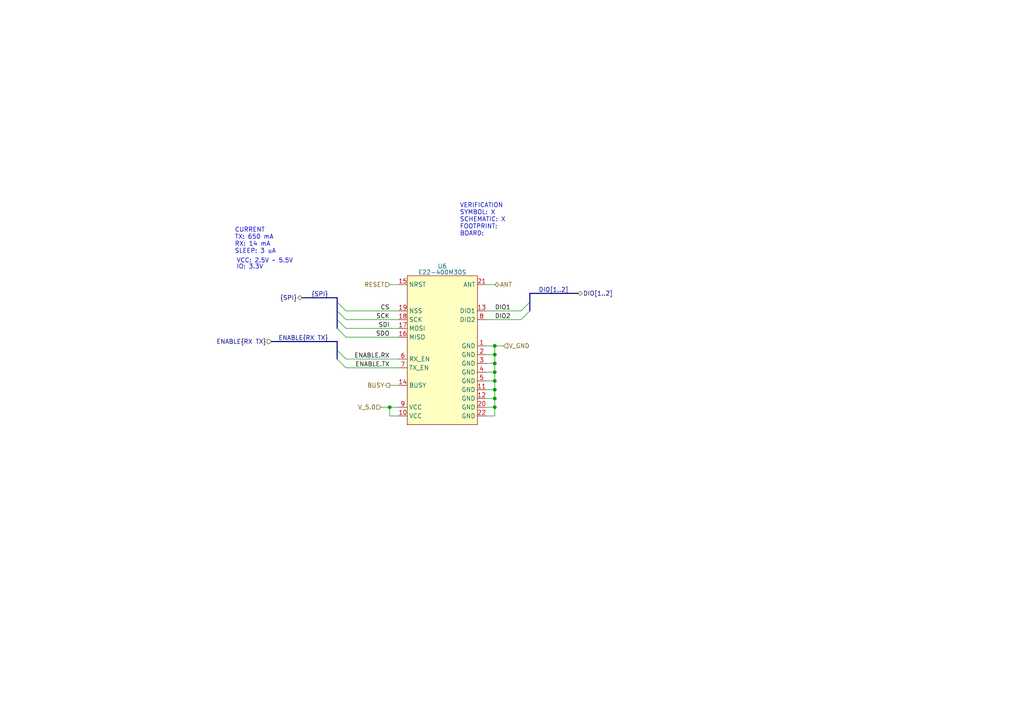
<source format=kicad_sch>
(kicad_sch (version 20231120) (generator "eeschema") (generator_version "8.0")
  (paper "A4")
  (lib_symbols
    (symbol "CUBESAT:E22-400M30S"
      (property "Reference" "U" (at 0 24.384 0))
      (property "Value" "E22-400M30S" (at 0 22.606 0))
      (symbol "E22-400M30S_1_0"
        (pin power_in line (at 12.7 1.27 180) (length 2.54) (name "GND") (number "1"))
        (pin power_in line (at -12.7 -19.05 0) (length 2.54) (name "VCC") (number "10"))
        (pin power_in line (at 12.7 -11.43 180) (length 2.54) (name "GND") (number "11"))
        (pin power_in line (at 12.7 -13.97 180) (length 2.54) (name "GND") (number "12"))
        (pin bidirectional line (at 12.7 11.43 180) (length 2.54) (name "DIO1") (number "13"))
        (pin output line (at -12.7 -10.16 0) (length 2.54) (name "BUSY") (number "14"))
        (pin input line (at -12.7 19.05 0) (length 2.54) (name "NRST") (number "15"))
        (pin output line (at -12.7 3.81 0) (length 2.54) (name "MISO") (number "16"))
        (pin input line (at -12.7 6.35 0) (length 2.54) (name "MOSI") (number "17"))
        (pin input line (at -12.7 8.89 0) (length 2.54) (name "SCK") (number "18"))
        (pin input line (at -12.7 11.43 0) (length 2.54) (name "NSS") (number "19"))
        (pin power_in line (at 12.7 -1.27 180) (length 2.54) (name "GND") (number "2"))
        (pin power_in line (at 12.7 -16.51 180) (length 2.54) (name "GND") (number "20"))
        (pin output line (at 12.7 19.05 180) (length 2.54) (name "ANT") (number "21"))
        (pin power_in line (at 12.7 -19.05 180) (length 2.54) (name "GND") (number "22"))
        (pin power_in line (at 12.7 -3.81 180) (length 2.54) (name "GND") (number "3"))
        (pin power_in line (at 12.7 -6.35 180) (length 2.54) (name "GND") (number "4"))
        (pin power_in line (at 12.7 -8.89 180) (length 2.54) (name "GND") (number "5"))
        (pin input line (at -12.7 -2.54 0) (length 2.54) (name "RX_EN") (number "6"))
        (pin input line (at -12.7 -5.08 0) (length 2.54) (name "TX_EN") (number "7"))
        (pin bidirectional line (at 12.7 8.89 180) (length 2.54) (name "DIO2") (number "8"))
        (pin power_in line (at -12.7 -16.51 0) (length 2.54) (name "VCC") (number "9"))
      )
      (symbol "E22-400M30S_1_1"
        (rectangle (start -10.16 21.59) (end 10.16 -21.59) (fill (type background)))
      )
    )
  )
  (bus_alias "SPI" (members "SCK" "SDI" "SDO" "CS"))
  (junction (at 143.51 102.87))
  (junction (at 143.51 100.33))
  (junction (at 143.51 113.03))
  (junction (at 143.51 107.95))
  (junction (at 143.51 105.41))
  (junction (at 143.51 118.11))
  (junction (at 113.03 118.11))
  (junction (at 143.51 115.57))
  (junction (at 143.51 110.49))
  (bus_entry (at 97.79 101.6) (size 2.54 2.54))
  (bus_entry (at 97.79 95.25) (size 2.54 2.54))
  (bus_entry (at 97.79 92.71) (size 2.54 2.54))
  (bus_entry (at 97.79 90.17) (size 2.54 2.54))
  (bus_entry (at 153.67 90.17) (size -2.54 2.54))
  (bus_entry (at 97.79 104.14) (size 2.54 2.54))
  (bus_entry (at 153.67 87.63) (size -2.54 2.54))
  (bus_entry (at 97.79 87.63) (size 2.54 2.54))
  (wire (pts (xy 100.33 90.17) (xy 115.57 90.17)))
  (wire (pts (xy 115.57 120.65) (xy 113.03 120.65)))
  (wire (pts (xy 140.97 110.49) (xy 143.51 110.49)))
  (bus (pts (xy 97.79 92.71) (xy 97.79 95.25)))
  (wire (pts (xy 140.97 92.71) (xy 151.13 92.71)))
  (wire (pts (xy 143.51 113.03) (xy 143.51 110.49)))
  (bus (pts (xy 153.67 85.09) (xy 167.64 85.09)))
  (wire (pts (xy 140.97 105.41) (xy 143.51 105.41)))
  (wire (pts (xy 100.33 104.14) (xy 115.57 104.14)))
  (bus (pts (xy 97.79 87.63) (xy 97.79 90.17)))
  (wire (pts (xy 143.51 82.55) (xy 140.97 82.55)))
  (wire (pts (xy 146.05 100.33) (xy 143.51 100.33)))
  (bus (pts (xy 97.79 90.17) (xy 97.79 92.71)))
  (wire (pts (xy 143.51 118.11) (xy 143.51 115.57)))
  (wire (pts (xy 113.03 111.76) (xy 115.57 111.76)))
  (wire (pts (xy 110.49 118.11) (xy 113.03 118.11)))
  (wire (pts (xy 140.97 90.17) (xy 151.13 90.17)))
  (bus (pts (xy 97.79 99.06) (xy 78.74 99.06)))
  (wire (pts (xy 100.33 92.71) (xy 115.57 92.71)))
  (wire (pts (xy 143.51 120.65) (xy 143.51 118.11)))
  (wire (pts (xy 140.97 118.11) (xy 143.51 118.11)))
  (wire (pts (xy 140.97 107.95) (xy 143.51 107.95)))
  (bus (pts (xy 153.67 85.09) (xy 153.67 87.63)))
  (wire (pts (xy 100.33 95.25) (xy 115.57 95.25)))
  (wire (pts (xy 100.33 106.68) (xy 115.57 106.68)))
  (bus (pts (xy 87.63 86.36) (xy 97.79 86.36)))
  (bus (pts (xy 153.67 87.63) (xy 153.67 90.17)))
  (wire (pts (xy 140.97 113.03) (xy 143.51 113.03)))
  (wire (pts (xy 100.33 97.79) (xy 115.57 97.79)))
  (bus (pts (xy 97.79 101.6) (xy 97.79 99.06)))
  (wire (pts (xy 140.97 102.87) (xy 143.51 102.87)))
  (wire (pts (xy 140.97 115.57) (xy 143.51 115.57)))
  (wire (pts (xy 143.51 115.57) (xy 143.51 113.03)))
  (wire (pts (xy 143.51 100.33) (xy 140.97 100.33)))
  (bus (pts (xy 97.79 101.6) (xy 97.79 104.14)))
  (wire (pts (xy 140.97 120.65) (xy 143.51 120.65)))
  (wire (pts (xy 143.51 110.49) (xy 143.51 107.95)))
  (wire (pts (xy 113.03 120.65) (xy 113.03 118.11)))
  (wire (pts (xy 113.03 82.55) (xy 115.57 82.55)))
  (wire (pts (xy 143.51 107.95) (xy 143.51 105.41)))
  (bus (pts (xy 97.79 86.36) (xy 97.79 87.63)))
  (wire (pts (xy 143.51 105.41) (xy 143.51 102.87)))
  (wire (pts (xy 143.51 102.87) (xy 143.51 100.33)))
  (wire (pts (xy 113.03 118.11) (xy 115.57 118.11)))
  (text "IO: 3.3V" (at 68.58 77.47 0) (effects (font (size 1.27 1.27)) (justify left)))
  (text "VERIFICATION\nSYMBOL: X\nSCHEMATIC: X\nFOOTPRINT:\nBOARD: " (at 133.35 58.928 0) (effects (font (size 1.27 1.27)) (justify left top)))
  (text "CURRENT\nTX: 650 mA\nRX: 14 mA\nSLEEP: 3 uA" (at 68.072 69.85 0) (effects (font (size 1.27 1.27)) (justify left)))
  (text "VCC: 2.5V ~ 5.5V" (at 68.58 75.692 0) (effects (font (size 1.27 1.27)) (justify left)))
  (label "DIO[1..2]" (at 156.21 85.09 0))
  (label "ENABLE.TX" (at 113.03 106.68 180))
  (label "{SPI}" (at 95.25 86.36 180))
  (label "ENABLE.RX" (at 113.03 104.14 180))
  (label "ENABLE{RX TX}" (at 95.25 99.06 180))
  (label "SDI" (at 113.03 95.25 180))
  (label "DIO2" (at 143.51 92.71 0))
  (label "DIO1" (at 143.51 90.17 0))
  (label "CS" (at 113.03 90.17 180))
  (label "SDO" (at 113.03 97.79 180))
  (label "SCK" (at 113.03 92.71 180))
  (hierarchical_label "V_GND" (shape input) (at 146.05 100.33 0))
  (hierarchical_label "RESET" (shape input) (at 113.03 82.55 180))
  (hierarchical_label "ENABLE{RX TX}" (shape input) (at 78.74 99.06 180))
  (hierarchical_label "BUSY" (shape output) (at 113.03 111.76 180))
  (hierarchical_label "DIO[1..2]" (shape bidirectional) (at 167.64 85.09 0))
  (hierarchical_label "{SPI}" (shape bidirectional) (at 87.63 86.36 180))
  (hierarchical_label "V_5.0" (shape input) (at 110.49 118.11 180))
  (hierarchical_label "ANT" (shape bidirectional) (at 143.51 82.55 0))
  (symbol (lib_id "CUBESAT:E22-400M30S") (at 128.27 101.6 0) (unit 1)
    (property "Reference" "U6" (at 128.27 77.216 0))
    (property "Value" "E22-400M30S" (at 128.27 78.994 0))
    (property "Footprint" "CUBESAT:E22-400M30S" (effects (hide yes)))
    (property "Datasheet" "https://www.cdebyte.com/pdf-down.aspx?id=2226" (effects (hide yes)))
    (property "Description" "The E22-400M30S is based on the SX1268, a new generation of LoRa TM RF chip manufactured by Semtech, USA. It is an ultra-small and self-developed 433MHz, 470MHz SMD LoRa TM wireless module" (effects (hide yes)))
    (instances (project "communication" (path "" (reference "U6") (unit 1)) (path "" (reference "U15") (unit 1))))
  )
)
</source>
